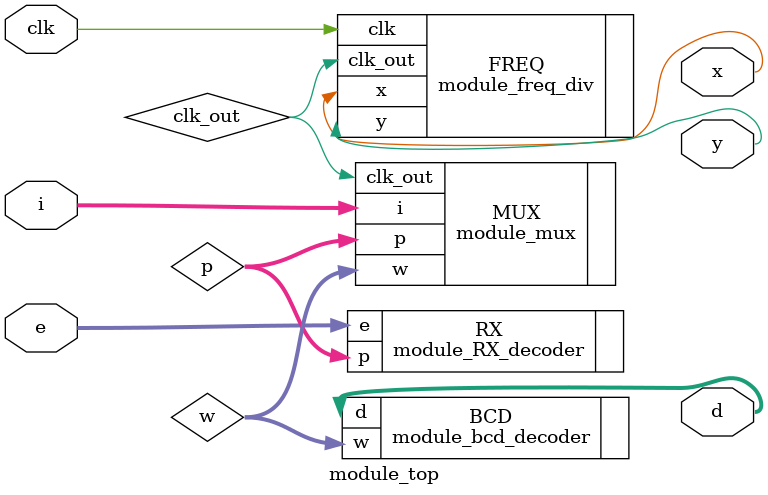
<source format=sv>
`timescale 1ns/1ps

module module_top(
    //input logic module_inputs //Recibe los valores de los Pins
    input logic clk,
    input logic [3:0] i,   // Numero binario
    input logic [6:0] e,   // Numero binario codificado
    output logic [6:0] d,  // Segmentos
    output logic x,        // Control de bjt
    output logic y);       // Control de bjt

    // Declaracion 
    logic [3:0] p;   // Sindrome
    logic [3:0] w;   // Numero binario
    logic clk_out;   // Reloj 1kHz
    ////////////////////////////

    // Instaciamiento de los modulos
    module_RX_decoder RX (.e(e), .p(p));
    module_freq_div FREQ (.clk(clk), .clk_out(clk_out), .x(x), .y(y));
    module_mux MUX (.clk_out(clk_out), .i(i), .p(p), .w(w));
    module_bcd_decoder BCD (.w(w), .d(d));
    ////////////////////////////

endmodule
</source>
